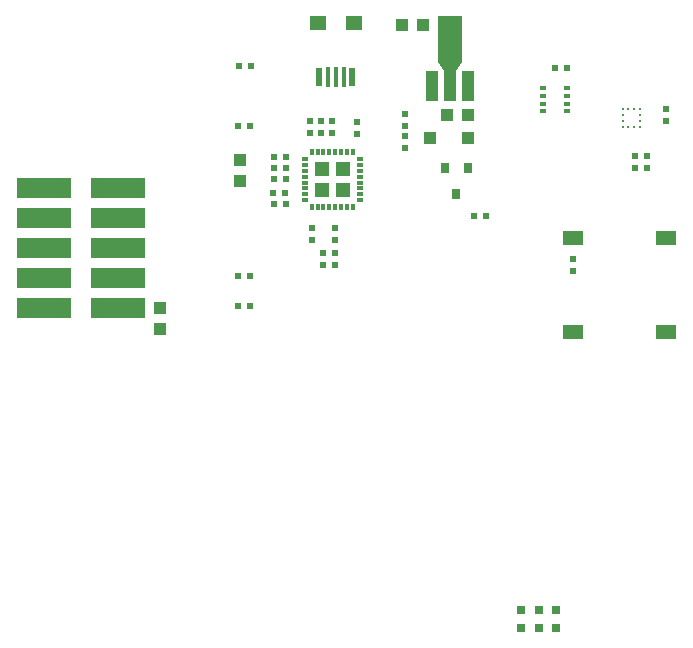
<source format=gbr>
G04 #@! TF.GenerationSoftware,KiCad,Pcbnew,5.1.5+dfsg1-2build2*
G04 #@! TF.CreationDate,2021-07-09T11:51:46+03:00*
G04 #@! TF.ProjectId,STM32WL-DevKit_RevB,53544d33-3257-44c2-9d44-65764b69745f,rev?*
G04 #@! TF.SameCoordinates,Original*
G04 #@! TF.FileFunction,Paste,Top*
G04 #@! TF.FilePolarity,Positive*
%FSLAX46Y46*%
G04 Gerber Fmt 4.6, Leading zero omitted, Abs format (unit mm)*
G04 Created by KiCad (PCBNEW 5.1.5+dfsg1-2build2) date 2021-07-09 11:51:46*
%MOMM*%
%LPD*%
G04 APERTURE LIST*
%ADD10R,0.300000X0.600000*%
%ADD11R,0.600000X0.300000*%
%ADD12R,1.200000X1.200000*%
%ADD13R,0.550000X0.500000*%
%ADD14C,0.100000*%
%ADD15R,1.998980X4.000500*%
%ADD16R,1.000760X2.501900*%
%ADD17R,0.500000X1.650000*%
%ADD18R,0.396120X1.721120*%
%ADD19R,1.354000X1.254000*%
%ADD20R,1.098400X1.098400*%
%ADD21R,0.800000X0.900000*%
%ADD22R,0.800000X0.800000*%
%ADD23R,0.500000X0.550000*%
%ADD24R,1.016000X1.016000*%
%ADD25R,0.250000X0.275000*%
%ADD26R,0.275000X0.250000*%
%ADD27R,0.500000X0.325000*%
%ADD28R,1.778000X1.270000*%
G04 APERTURE END LIST*
D10*
X81765200Y-103721400D03*
X82265200Y-103721400D03*
X82765200Y-103721400D03*
X83265200Y-103721400D03*
X83765200Y-103721400D03*
X84265200Y-103721400D03*
X84765200Y-103721400D03*
X85265200Y-103721400D03*
D11*
X85865200Y-103121400D03*
X85865200Y-102621400D03*
X85865200Y-102121400D03*
X85865200Y-101621400D03*
X85865200Y-101121400D03*
X85865200Y-100621400D03*
X85865200Y-100121400D03*
X85865200Y-99621400D03*
D10*
X85265200Y-99021400D03*
X84765200Y-99021400D03*
X84265200Y-99021400D03*
X83765200Y-99021400D03*
X83265200Y-99021400D03*
X82765200Y-99021400D03*
X82265200Y-99021400D03*
X81765200Y-99021400D03*
D11*
X81165200Y-99621400D03*
X81165200Y-100121400D03*
X81165200Y-100621400D03*
X81165200Y-101121400D03*
X81165200Y-101621400D03*
X81165200Y-102121400D03*
X81165200Y-102621400D03*
X81165200Y-103121400D03*
D12*
X82615200Y-102271400D03*
X84415200Y-102271400D03*
X84415200Y-100471400D03*
X82615200Y-100471400D03*
D13*
X111760000Y-96393000D03*
X111760000Y-95377000D03*
D14*
G36*
X94472760Y-91433650D02*
G01*
X93972380Y-92182950D01*
X92971620Y-92182950D01*
X92471240Y-91433650D01*
X94472760Y-91433650D01*
G37*
D15*
X93472000Y-89458800D03*
D16*
X94973140Y-93411040D03*
X93472000Y-93411040D03*
X91970860Y-93411040D03*
D17*
X85207500Y-92685000D03*
D18*
X84470000Y-92685000D03*
X83820000Y-92685000D03*
X83170000Y-92685000D03*
D17*
X82432500Y-92685000D03*
D19*
X85320000Y-88135000D03*
X82320000Y-88135000D03*
D20*
X95030800Y-97815400D03*
X91760800Y-97815400D03*
D21*
X95030800Y-100347600D03*
X93030800Y-100347600D03*
X94030800Y-102547600D03*
D22*
X99491800Y-137795000D03*
X99491800Y-139319000D03*
X100990400Y-137795000D03*
X100990400Y-139319000D03*
X102463600Y-137795000D03*
X102463600Y-139319000D03*
D23*
X79578200Y-103403400D03*
X78562200Y-103403400D03*
D13*
X89636600Y-95808800D03*
X89636600Y-96824800D03*
X89636600Y-97688400D03*
X89636600Y-98704400D03*
X81635600Y-97434400D03*
X81635600Y-96418400D03*
X83515200Y-97434400D03*
X83515200Y-96418400D03*
X82550000Y-97434400D03*
X82550000Y-96418400D03*
D23*
X83769200Y-108585000D03*
X82753200Y-108585000D03*
X78587600Y-99466400D03*
X79603600Y-99466400D03*
X78562200Y-100406200D03*
X79578200Y-100406200D03*
X78562200Y-101320600D03*
X79578200Y-101320600D03*
X79552800Y-102489000D03*
X78536800Y-102489000D03*
X95504000Y-104444800D03*
X96520000Y-104444800D03*
D13*
X85572600Y-96469200D03*
X85572600Y-97485200D03*
X83769200Y-106451400D03*
X83769200Y-105435400D03*
D24*
X93243400Y-95859600D03*
X95021400Y-95859600D03*
D23*
X83769200Y-107569001D03*
X82753200Y-107569001D03*
D24*
X91211400Y-88239600D03*
X89433400Y-88239600D03*
D13*
X81762600Y-106451400D03*
X81762600Y-105435400D03*
D25*
X108589000Y-95389000D03*
X109089000Y-95389000D03*
D26*
X109589000Y-95389000D03*
X109589000Y-95889000D03*
X109589000Y-96389000D03*
X109589000Y-96889000D03*
D25*
X109089000Y-96889000D03*
X108589000Y-96889000D03*
D26*
X108089000Y-96889000D03*
X108089000Y-96389000D03*
X108089000Y-95889000D03*
X108089000Y-95389000D03*
D27*
X101337000Y-93640000D03*
X101337000Y-94290000D03*
X101337000Y-94940000D03*
X101337000Y-95590000D03*
X103387000Y-95590000D03*
X103387000Y-94940000D03*
X103387000Y-94290000D03*
X103387000Y-93640000D03*
D14*
G36*
X67630000Y-113118000D02*
G01*
X63080000Y-113118000D01*
X63080000Y-111418000D01*
X67630000Y-111418000D01*
X67630000Y-113118000D01*
G37*
G36*
X67630000Y-110578000D02*
G01*
X63080000Y-110578000D01*
X63080000Y-108878000D01*
X67630000Y-108878000D01*
X67630000Y-110578000D01*
G37*
G36*
X67630000Y-108038000D02*
G01*
X63080000Y-108038000D01*
X63080000Y-106338000D01*
X67630000Y-106338000D01*
X67630000Y-108038000D01*
G37*
G36*
X67630000Y-105498000D02*
G01*
X63080000Y-105498000D01*
X63080000Y-103798000D01*
X67630000Y-103798000D01*
X67630000Y-105498000D01*
G37*
G36*
X67630000Y-102958000D02*
G01*
X63080000Y-102958000D01*
X63080000Y-101258000D01*
X67630000Y-101258000D01*
X67630000Y-102958000D01*
G37*
G36*
X61380000Y-102958000D02*
G01*
X56830000Y-102958000D01*
X56830000Y-101258000D01*
X61380000Y-101258000D01*
X61380000Y-102958000D01*
G37*
G36*
X61380000Y-105498000D02*
G01*
X56830000Y-105498000D01*
X56830000Y-103798000D01*
X61380000Y-103798000D01*
X61380000Y-105498000D01*
G37*
G36*
X61380000Y-113118000D02*
G01*
X56830000Y-113118000D01*
X56830000Y-111418000D01*
X61380000Y-111418000D01*
X61380000Y-113118000D01*
G37*
G36*
X61380000Y-110578000D02*
G01*
X56830000Y-110578000D01*
X56830000Y-108878000D01*
X61380000Y-108878000D01*
X61380000Y-110578000D01*
G37*
G36*
X61380000Y-108038000D02*
G01*
X56830000Y-108038000D01*
X56830000Y-106338000D01*
X61380000Y-106338000D01*
X61380000Y-108038000D01*
G37*
D28*
X111760000Y-106299000D03*
X103886000Y-106299000D03*
X111760000Y-114300000D03*
X103886000Y-114300000D03*
D23*
X75565000Y-109524800D03*
X76581000Y-109524800D03*
X75565000Y-112064800D03*
X76581000Y-112064800D03*
X109143800Y-100380800D03*
X110159800Y-100380800D03*
X76555600Y-96850200D03*
X75539600Y-96850200D03*
X76657200Y-91770200D03*
X75641200Y-91770200D03*
D13*
X103886000Y-109093000D03*
X103886000Y-108077000D03*
D24*
X68961000Y-112268000D03*
X68961000Y-114046000D03*
D23*
X103378000Y-91948000D03*
X102362000Y-91948000D03*
D24*
X75692000Y-99695000D03*
X75692000Y-101473000D03*
D23*
X110159800Y-99364800D03*
X109143800Y-99364800D03*
M02*

</source>
